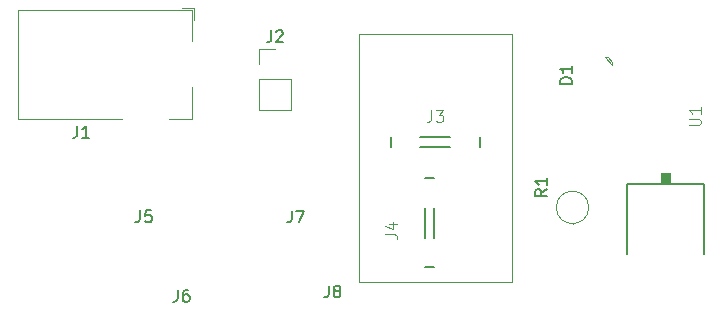
<source format=gbr>
%TF.GenerationSoftware,KiCad,Pcbnew,5.1.8-db9833491~87~ubuntu20.04.1*%
%TF.CreationDate,2020-11-29T22:55:04+09:00*%
%TF.ProjectId,Faston_and_Sun_LED-PCB,46617374-6f6e-45f6-916e-645f53756e5f,V1.0.1*%
%TF.SameCoordinates,Original*%
%TF.FileFunction,Legend,Top*%
%TF.FilePolarity,Positive*%
%FSLAX46Y46*%
G04 Gerber Fmt 4.6, Leading zero omitted, Abs format (unit mm)*
G04 Created by KiCad (PCBNEW 5.1.8-db9833491~87~ubuntu20.04.1) date 2020-11-29 22:55:04*
%MOMM*%
%LPD*%
G01*
G04 APERTURE LIST*
%ADD10C,0.120000*%
%ADD11C,0.127000*%
%ADD12C,0.203200*%
%ADD13C,0.010000*%
%ADD14C,0.015000*%
%ADD15C,0.150000*%
G04 APERTURE END LIST*
D10*
X155500000Y-103905000D02*
X155500000Y-82905000D01*
X142500000Y-103905000D02*
X155500000Y-103905000D01*
X142500000Y-82905000D02*
X142500000Y-103905000D01*
X149000000Y-82905000D02*
X155500000Y-82905000D01*
X149000000Y-82905000D02*
X142500000Y-82905000D01*
D11*
%TO.C,J4*%
X148100000Y-100175000D02*
X148100000Y-97635000D01*
X148900000Y-100175000D02*
X148900000Y-97635000D01*
X148100000Y-95155000D02*
X148900000Y-95155000D01*
X148100000Y-102655000D02*
X148900000Y-102655000D01*
%TO.C,J3*%
X147730000Y-91675000D02*
X150270000Y-91675000D01*
X147730000Y-92475000D02*
X150270000Y-92475000D01*
X152750000Y-91675000D02*
X152750000Y-92475000D01*
X145250000Y-91675000D02*
X145250000Y-92475000D01*
D10*
%TO.C,D1*%
X164000000Y-85555000D02*
X164000000Y-85255000D01*
X163350000Y-84905000D02*
X164000000Y-85555000D01*
X163650000Y-84905000D02*
X163350000Y-84905000D01*
X164000000Y-85255000D02*
X163650000Y-84905000D01*
D12*
%TO.C,U1*%
X165230000Y-101587510D02*
X165230000Y-95593110D01*
X165230000Y-95593110D02*
X171770000Y-95593110D01*
X171770000Y-95593110D02*
X171770000Y-101587510D01*
D13*
G36*
X168881519Y-94676930D02*
G01*
X168881519Y-95542310D01*
X168119270Y-95542310D01*
X168119270Y-94676930D01*
X168881519Y-94676930D01*
G37*
X168881519Y-94676930D02*
X168881519Y-95542310D01*
X168119270Y-95542310D01*
X168119270Y-94676930D01*
X168881519Y-94676930D01*
D10*
%TO.C,R1*%
X161985000Y-97600000D02*
G75*
G03*
X161985000Y-97600000I-1370000J0D01*
G01*
X160615000Y-98970000D02*
X160615000Y-99040000D01*
%TO.C,J2*%
X134100000Y-89365000D02*
X136760000Y-89365000D01*
X134100000Y-86765000D02*
X134100000Y-89365000D01*
X136760000Y-86765000D02*
X136760000Y-89365000D01*
X134100000Y-86765000D02*
X136760000Y-86765000D01*
X134100000Y-85495000D02*
X134100000Y-84165000D01*
X134100000Y-84165000D02*
X135430000Y-84165000D01*
%TO.C,J1*%
X128560000Y-81745000D02*
X128560000Y-80695000D01*
X127510000Y-80695000D02*
X128560000Y-80695000D01*
X122460000Y-90095000D02*
X113660000Y-90095000D01*
X113660000Y-90095000D02*
X113660000Y-80895000D01*
X128360000Y-87395000D02*
X128360000Y-90095000D01*
X128360000Y-90095000D02*
X126460000Y-90095000D01*
X113660000Y-80895000D02*
X128360000Y-80895000D01*
X128360000Y-80895000D02*
X128360000Y-83495000D01*
%TO.C,J4*%
D14*
X144771206Y-99874932D02*
X145486678Y-99874932D01*
X145629772Y-99922630D01*
X145725169Y-100018026D01*
X145772867Y-100161120D01*
X145772867Y-100256517D01*
X145105093Y-98968667D02*
X145772867Y-98968667D01*
X144723508Y-99207158D02*
X145438980Y-99445648D01*
X145438980Y-98825572D01*
%TO.C,J3*%
X148666113Y-89356471D02*
X148666113Y-90071943D01*
X148618414Y-90215037D01*
X148523018Y-90310434D01*
X148379924Y-90358132D01*
X148284527Y-90358132D01*
X149047698Y-89356471D02*
X149667774Y-89356471D01*
X149333887Y-89738056D01*
X149476981Y-89738056D01*
X149572377Y-89785754D01*
X149620075Y-89833452D01*
X149667774Y-89928849D01*
X149667774Y-90167339D01*
X149620075Y-90262736D01*
X149572377Y-90310434D01*
X149476981Y-90358132D01*
X149190792Y-90358132D01*
X149095396Y-90310434D01*
X149047698Y-90262736D01*
%TO.C,J6*%
D15*
X127191666Y-104587380D02*
X127191666Y-105301666D01*
X127144047Y-105444523D01*
X127048809Y-105539761D01*
X126905952Y-105587380D01*
X126810714Y-105587380D01*
X128096428Y-104587380D02*
X127905952Y-104587380D01*
X127810714Y-104635000D01*
X127763095Y-104682619D01*
X127667857Y-104825476D01*
X127620238Y-105015952D01*
X127620238Y-105396904D01*
X127667857Y-105492142D01*
X127715476Y-105539761D01*
X127810714Y-105587380D01*
X128001190Y-105587380D01*
X128096428Y-105539761D01*
X128144047Y-105492142D01*
X128191666Y-105396904D01*
X128191666Y-105158809D01*
X128144047Y-105063571D01*
X128096428Y-105015952D01*
X128001190Y-104968333D01*
X127810714Y-104968333D01*
X127715476Y-105015952D01*
X127667857Y-105063571D01*
X127620238Y-105158809D01*
%TO.C,J5*%
X123991666Y-97857380D02*
X123991666Y-98571666D01*
X123944047Y-98714523D01*
X123848809Y-98809761D01*
X123705952Y-98857380D01*
X123610714Y-98857380D01*
X124944047Y-97857380D02*
X124467857Y-97857380D01*
X124420238Y-98333571D01*
X124467857Y-98285952D01*
X124563095Y-98238333D01*
X124801190Y-98238333D01*
X124896428Y-98285952D01*
X124944047Y-98333571D01*
X124991666Y-98428809D01*
X124991666Y-98666904D01*
X124944047Y-98762142D01*
X124896428Y-98809761D01*
X124801190Y-98857380D01*
X124563095Y-98857380D01*
X124467857Y-98809761D01*
X124420238Y-98762142D01*
%TO.C,J8*%
X139966666Y-104227380D02*
X139966666Y-104941666D01*
X139919047Y-105084523D01*
X139823809Y-105179761D01*
X139680952Y-105227380D01*
X139585714Y-105227380D01*
X140585714Y-104655952D02*
X140490476Y-104608333D01*
X140442857Y-104560714D01*
X140395238Y-104465476D01*
X140395238Y-104417857D01*
X140442857Y-104322619D01*
X140490476Y-104275000D01*
X140585714Y-104227380D01*
X140776190Y-104227380D01*
X140871428Y-104275000D01*
X140919047Y-104322619D01*
X140966666Y-104417857D01*
X140966666Y-104465476D01*
X140919047Y-104560714D01*
X140871428Y-104608333D01*
X140776190Y-104655952D01*
X140585714Y-104655952D01*
X140490476Y-104703571D01*
X140442857Y-104751190D01*
X140395238Y-104846428D01*
X140395238Y-105036904D01*
X140442857Y-105132142D01*
X140490476Y-105179761D01*
X140585714Y-105227380D01*
X140776190Y-105227380D01*
X140871428Y-105179761D01*
X140919047Y-105132142D01*
X140966666Y-105036904D01*
X140966666Y-104846428D01*
X140919047Y-104751190D01*
X140871428Y-104703571D01*
X140776190Y-104655952D01*
%TO.C,J7*%
X136826666Y-97877380D02*
X136826666Y-98591666D01*
X136779047Y-98734523D01*
X136683809Y-98829761D01*
X136540952Y-98877380D01*
X136445714Y-98877380D01*
X137207619Y-97877380D02*
X137874285Y-97877380D01*
X137445714Y-98877380D01*
%TO.C,D1*%
X160552380Y-87143095D02*
X159552380Y-87143095D01*
X159552380Y-86905000D01*
X159600000Y-86762142D01*
X159695238Y-86666904D01*
X159790476Y-86619285D01*
X159980952Y-86571666D01*
X160123809Y-86571666D01*
X160314285Y-86619285D01*
X160409523Y-86666904D01*
X160504761Y-86762142D01*
X160552380Y-86905000D01*
X160552380Y-87143095D01*
X160552380Y-85619285D02*
X160552380Y-86190714D01*
X160552380Y-85905000D02*
X159552380Y-85905000D01*
X159695238Y-86000238D01*
X159790476Y-86095476D01*
X159838095Y-86190714D01*
%TO.C,U1*%
D14*
X170452273Y-90667054D02*
X171261956Y-90667054D01*
X171357213Y-90619426D01*
X171404841Y-90571798D01*
X171452470Y-90476541D01*
X171452470Y-90286027D01*
X171404841Y-90190770D01*
X171357213Y-90143142D01*
X171261956Y-90095513D01*
X170452273Y-90095513D01*
X171452470Y-89095316D02*
X171452470Y-89666857D01*
X171452470Y-89381087D02*
X170452273Y-89381087D01*
X170595158Y-89476344D01*
X170690415Y-89571601D01*
X170738043Y-89666857D01*
%TO.C,R1*%
D15*
X158452380Y-96071666D02*
X157976190Y-96405000D01*
X158452380Y-96643095D02*
X157452380Y-96643095D01*
X157452380Y-96262142D01*
X157500000Y-96166904D01*
X157547619Y-96119285D01*
X157642857Y-96071666D01*
X157785714Y-96071666D01*
X157880952Y-96119285D01*
X157928571Y-96166904D01*
X157976190Y-96262142D01*
X157976190Y-96643095D01*
X158452380Y-95119285D02*
X158452380Y-95690714D01*
X158452380Y-95405000D02*
X157452380Y-95405000D01*
X157595238Y-95500238D01*
X157690476Y-95595476D01*
X157738095Y-95690714D01*
%TO.C,J2*%
X135096666Y-82617380D02*
X135096666Y-83331666D01*
X135049047Y-83474523D01*
X134953809Y-83569761D01*
X134810952Y-83617380D01*
X134715714Y-83617380D01*
X135525238Y-82712619D02*
X135572857Y-82665000D01*
X135668095Y-82617380D01*
X135906190Y-82617380D01*
X136001428Y-82665000D01*
X136049047Y-82712619D01*
X136096666Y-82807857D01*
X136096666Y-82903095D01*
X136049047Y-83045952D01*
X135477619Y-83617380D01*
X136096666Y-83617380D01*
%TO.C,J1*%
X118676666Y-90697380D02*
X118676666Y-91411666D01*
X118629047Y-91554523D01*
X118533809Y-91649761D01*
X118390952Y-91697380D01*
X118295714Y-91697380D01*
X119676666Y-91697380D02*
X119105238Y-91697380D01*
X119390952Y-91697380D02*
X119390952Y-90697380D01*
X119295714Y-90840238D01*
X119200476Y-90935476D01*
X119105238Y-90983095D01*
%TD*%
M02*

</source>
